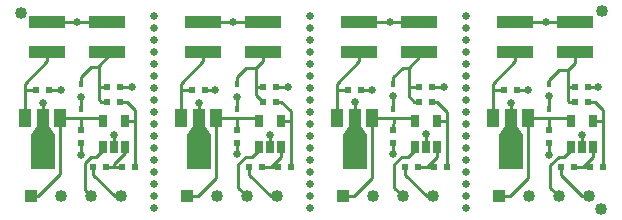
<source format=gbr>
G04 #@! TF.FileFunction,Copper,L1,Top,Signal*
%FSLAX46Y46*%
G04 Gerber Fmt 4.6, Leading zero omitted, Abs format (unit mm)*
G04 Created by KiCad (PCBNEW 4.0.2-stable) date Tuesday, February 20, 2018 'AMt' 07:17:42 AM*
%MOMM*%
G01*
G04 APERTURE LIST*
%ADD10C,0.025400*%
%ADD11C,0.635000*%
%ADD12R,0.600000X0.500000*%
%ADD13R,0.500000X0.600000*%
%ADD14R,0.450000X0.590000*%
%ADD15R,1.000760X1.501140*%
%ADD16R,1.998980X2.999740*%
%ADD17R,0.650000X1.060000*%
%ADD18R,3.150000X1.000000*%
%ADD19R,1.016000X1.016000*%
%ADD20C,1.016000*%
%ADD21C,0.250000*%
G04 APERTURE END LIST*
D10*
D11*
X140208000Y-88646000D03*
X140208000Y-87630000D03*
X140208000Y-86614000D03*
X140208000Y-90678000D03*
X140208000Y-89662000D03*
X140208000Y-85598000D03*
X140208000Y-84582000D03*
X140208000Y-93726000D03*
X140208000Y-92710000D03*
X140208000Y-91694000D03*
X140208000Y-95758000D03*
X140208000Y-94742000D03*
X140208000Y-98806000D03*
X140208000Y-97790000D03*
X140208000Y-96774000D03*
X140208000Y-100838000D03*
X140208000Y-99822000D03*
X127000000Y-88646000D03*
X127000000Y-87630000D03*
X127000000Y-86614000D03*
X127000000Y-90678000D03*
X127000000Y-89662000D03*
X127000000Y-85598000D03*
X127000000Y-84582000D03*
X127000000Y-93726000D03*
X127000000Y-92710000D03*
X127000000Y-91694000D03*
X127000000Y-95758000D03*
X127000000Y-94742000D03*
X127000000Y-98806000D03*
X127000000Y-97790000D03*
X127000000Y-96774000D03*
X127000000Y-100838000D03*
X127000000Y-99822000D03*
X113792000Y-84582000D03*
X113792000Y-88646000D03*
X113792000Y-87630000D03*
X113792000Y-86614000D03*
X113792000Y-90678000D03*
X113792000Y-89662000D03*
X113792000Y-93726000D03*
X113792000Y-92710000D03*
X113792000Y-91694000D03*
X113792000Y-95758000D03*
X113792000Y-94742000D03*
D12*
X103844000Y-90830400D03*
X104944000Y-90830400D03*
D13*
X107670600Y-94217400D03*
X107670600Y-95317400D03*
D14*
X107670600Y-90283400D03*
X107670600Y-92393400D03*
D12*
X109770000Y-97307400D03*
X108670000Y-97307400D03*
X109863800Y-90551000D03*
X110963800Y-90551000D03*
X112183000Y-97307400D03*
X111083000Y-97307400D03*
X109863800Y-91795600D03*
X110963800Y-91795600D03*
D15*
X105895140Y-93144340D03*
X104394000Y-93144340D03*
X102892860Y-93144340D03*
D16*
X104394000Y-96095820D03*
D10*
G36*
X103393240Y-94621350D02*
X103893620Y-93872050D01*
X104894380Y-93872050D01*
X105394760Y-94621350D01*
X103393240Y-94621350D01*
X103393240Y-94621350D01*
G37*
D17*
X109463800Y-95664200D03*
X110413800Y-95664200D03*
X111363800Y-95664200D03*
X111363800Y-93464200D03*
X109463800Y-93464200D03*
D18*
X104790000Y-85090000D03*
X109840000Y-85090000D03*
X104790000Y-87630000D03*
X109840000Y-87630000D03*
D12*
X117052000Y-90830400D03*
X118152000Y-90830400D03*
D13*
X120878600Y-94217400D03*
X120878600Y-95317400D03*
D12*
X130260000Y-90830400D03*
X131360000Y-90830400D03*
D13*
X134086600Y-94217400D03*
X134086600Y-95317400D03*
D12*
X143468000Y-90830400D03*
X144568000Y-90830400D03*
D13*
X147294600Y-94217400D03*
X147294600Y-95317400D03*
D14*
X120878600Y-90283400D03*
X120878600Y-92393400D03*
X134086600Y-90283400D03*
X134086600Y-92393400D03*
X147294600Y-90283400D03*
X147294600Y-92393400D03*
D18*
X117998000Y-85090000D03*
X123048000Y-85090000D03*
X117998000Y-87630000D03*
X123048000Y-87630000D03*
X131206000Y-85090000D03*
X136256000Y-85090000D03*
X131206000Y-87630000D03*
X136256000Y-87630000D03*
X144414000Y-85090000D03*
X149464000Y-85090000D03*
X144414000Y-87630000D03*
X149464000Y-87630000D03*
D12*
X125391000Y-97307400D03*
X124291000Y-97307400D03*
X122978000Y-97307400D03*
X121878000Y-97307400D03*
X123071800Y-91795600D03*
X124171800Y-91795600D03*
X123071800Y-90551000D03*
X124171800Y-90551000D03*
X138599000Y-97307400D03*
X137499000Y-97307400D03*
X136186000Y-97307400D03*
X135086000Y-97307400D03*
X136279800Y-91795600D03*
X137379800Y-91795600D03*
X136279800Y-90551000D03*
X137379800Y-90551000D03*
X151807000Y-97307400D03*
X150707000Y-97307400D03*
X149394000Y-97307400D03*
X148294000Y-97307400D03*
X149487800Y-91795600D03*
X150587800Y-91795600D03*
X149487800Y-90551000D03*
X150587800Y-90551000D03*
D15*
X119103140Y-93144340D03*
X117602000Y-93144340D03*
X116100860Y-93144340D03*
D16*
X117602000Y-96095820D03*
D10*
G36*
X116601240Y-94621350D02*
X117101620Y-93872050D01*
X118102380Y-93872050D01*
X118602760Y-94621350D01*
X116601240Y-94621350D01*
X116601240Y-94621350D01*
G37*
D17*
X122671800Y-95664200D03*
X123621800Y-95664200D03*
X124571800Y-95664200D03*
X124571800Y-93464200D03*
X122671800Y-93464200D03*
D15*
X132311140Y-93144340D03*
X130810000Y-93144340D03*
X129308860Y-93144340D03*
D16*
X130810000Y-96095820D03*
D10*
G36*
X129809240Y-94621350D02*
X130309620Y-93872050D01*
X131310380Y-93872050D01*
X131810760Y-94621350D01*
X129809240Y-94621350D01*
X129809240Y-94621350D01*
G37*
D17*
X135879800Y-95664200D03*
X136829800Y-95664200D03*
X137779800Y-95664200D03*
X137779800Y-93464200D03*
X135879800Y-93464200D03*
D15*
X145519140Y-93144340D03*
X144018000Y-93144340D03*
X142516860Y-93144340D03*
D16*
X144018000Y-96095820D03*
D10*
G36*
X143017240Y-94621350D02*
X143517620Y-93872050D01*
X144518380Y-93872050D01*
X145018760Y-94621350D01*
X143017240Y-94621350D01*
X143017240Y-94621350D01*
G37*
D17*
X149087800Y-95664200D03*
X150037800Y-95664200D03*
X150987800Y-95664200D03*
X150987800Y-93464200D03*
X149087800Y-93464200D03*
D19*
X103378000Y-99822000D03*
D20*
X105918000Y-99822000D03*
X108458000Y-99822000D03*
X110998000Y-99822000D03*
D19*
X116586000Y-99822000D03*
D20*
X119126000Y-99822000D03*
X121666000Y-99822000D03*
X124206000Y-99822000D03*
D19*
X129794000Y-99822000D03*
D20*
X132334000Y-99822000D03*
X134874000Y-99822000D03*
X137414000Y-99822000D03*
D19*
X143002000Y-99822000D03*
D20*
X145542000Y-99822000D03*
X148082000Y-99822000D03*
X150622000Y-99822000D03*
D11*
X113792000Y-98806000D03*
X113792000Y-97790000D03*
X113792000Y-96774000D03*
X113792000Y-100838000D03*
X113792000Y-99822000D03*
X113792000Y-85598000D03*
D20*
X102539800Y-84277200D03*
X151714200Y-84124800D03*
X151688800Y-100863400D03*
D11*
X107645198Y-96316800D03*
X150063200Y-94615000D03*
X151434800Y-90551000D03*
X144018000Y-91897200D03*
X145491200Y-90830400D03*
X146989800Y-85090000D03*
X147294600Y-96291400D03*
X147294600Y-91338400D03*
X136829800Y-94513400D03*
X138328400Y-90551000D03*
X130810000Y-91821000D03*
X132283200Y-90830400D03*
X133781800Y-85090000D03*
X134086600Y-91338400D03*
X117602000Y-91871800D03*
X120878600Y-96215200D03*
X123621800Y-94615000D03*
X125171200Y-90551000D03*
X118973600Y-90830400D03*
X120878600Y-91414600D03*
X120523000Y-85090000D03*
X134086600Y-96189800D03*
X104394000Y-91871800D03*
X110413800Y-94589600D03*
X111963200Y-90525600D03*
X107670600Y-91414600D03*
X107289600Y-85090000D03*
X105968800Y-90830400D03*
D21*
X107670600Y-95317400D02*
X107670600Y-96291398D01*
X107670600Y-96291398D02*
X107645198Y-96316800D01*
X150063200Y-94858800D02*
X150063200Y-94615000D01*
X150037800Y-95664200D02*
X150037800Y-94884200D01*
X150037800Y-94884200D02*
X150063200Y-94858800D01*
X151434800Y-90551000D02*
X150587800Y-90551000D01*
X144018000Y-93144340D02*
X144018000Y-91897200D01*
X145118000Y-90830400D02*
X145491200Y-90830400D01*
X144568000Y-90830400D02*
X145118000Y-90830400D01*
X144414000Y-85090000D02*
X146989800Y-85090000D01*
X146989800Y-85090000D02*
X149464000Y-85090000D01*
X147294600Y-95317400D02*
X147294600Y-96291400D01*
X147294600Y-91848400D02*
X147294600Y-91338400D01*
X147294600Y-92393400D02*
X147294600Y-91848400D01*
X136829800Y-95664200D02*
X136829800Y-94513400D01*
X137379800Y-90551000D02*
X138328400Y-90551000D01*
X130810000Y-92143770D02*
X130810000Y-91821000D01*
X130810000Y-93144340D02*
X130810000Y-92143770D01*
X131910000Y-90830400D02*
X132283200Y-90830400D01*
X131360000Y-90830400D02*
X131910000Y-90830400D01*
X133781800Y-85090000D02*
X136256000Y-85090000D01*
X131206000Y-85090000D02*
X133781800Y-85090000D01*
X134086600Y-92393400D02*
X134086600Y-91338400D01*
X117602000Y-92143770D02*
X117602000Y-91871800D01*
X117602000Y-93144340D02*
X117602000Y-92143770D01*
X120878600Y-95317400D02*
X120878600Y-96215200D01*
X123621800Y-94884200D02*
X123621800Y-94615000D01*
X123621800Y-95664200D02*
X123621800Y-94884200D01*
X124171800Y-90551000D02*
X125171200Y-90551000D01*
X118702000Y-90830400D02*
X118973600Y-90830400D01*
X118152000Y-90830400D02*
X118702000Y-90830400D01*
X120878600Y-91848400D02*
X120878600Y-91414600D01*
X120878600Y-92393400D02*
X120878600Y-91848400D01*
X120523000Y-85090000D02*
X123048000Y-85090000D01*
X117998000Y-85090000D02*
X120523000Y-85090000D01*
X117602000Y-94246700D02*
X117602000Y-96095820D01*
X117602000Y-93144340D02*
X117602000Y-94246700D01*
X144018000Y-94246700D02*
X144018000Y-96095820D01*
X144018000Y-93144340D02*
X144018000Y-94246700D01*
X130810000Y-94246700D02*
X130810000Y-96095820D01*
X130810000Y-93144340D02*
X130810000Y-94246700D01*
X134086600Y-95317400D02*
X134086600Y-96189800D01*
X104394000Y-93144340D02*
X104394000Y-94246700D01*
X104394000Y-93144340D02*
X104394000Y-91871800D01*
X104394000Y-93144340D02*
X104394000Y-96095820D01*
X110413800Y-94884200D02*
X110413800Y-94589600D01*
X110413800Y-95664200D02*
X110413800Y-94884200D01*
X111937800Y-90551000D02*
X111963200Y-90525600D01*
X110963800Y-90551000D02*
X111937800Y-90551000D01*
X107670600Y-91848400D02*
X107670600Y-91414600D01*
X107670600Y-92393400D02*
X107670600Y-91848400D01*
X107289600Y-85090000D02*
X109840000Y-85090000D01*
X104790000Y-85090000D02*
X107289600Y-85090000D01*
X104944000Y-90830400D02*
X105968800Y-90830400D01*
X102892860Y-90277140D02*
X102892860Y-90830400D01*
X102892860Y-90830400D02*
X102892860Y-92143770D01*
X103844000Y-90830400D02*
X102892860Y-90830400D01*
X104790000Y-87630000D02*
X104790000Y-88380000D01*
X104790000Y-88380000D02*
X102892860Y-90277140D01*
X102892860Y-92143770D02*
X102892860Y-93144340D01*
X107670600Y-90283400D02*
X107670600Y-89687400D01*
X107670600Y-89687400D02*
X108458000Y-88900000D01*
X108458000Y-88900000D02*
X108984000Y-88900000D01*
X108984000Y-88900000D02*
X109220000Y-88664000D01*
X109118400Y-91600200D02*
X109118400Y-90424000D01*
X109118400Y-90424000D02*
X109118400Y-88765600D01*
X109863800Y-90551000D02*
X109245400Y-90551000D01*
X109245400Y-90551000D02*
X109118400Y-90424000D01*
X109863800Y-91795600D02*
X109313800Y-91795600D01*
X109220000Y-88664000D02*
X109840000Y-88044000D01*
X109313800Y-91795600D02*
X109118400Y-91600200D01*
X109118400Y-88765600D02*
X109220000Y-88664000D01*
X109840000Y-88044000D02*
X109840000Y-87630000D01*
X116100860Y-90277140D02*
X116100860Y-90805000D01*
X116100860Y-90805000D02*
X116100860Y-92143770D01*
X117052000Y-90830400D02*
X116126260Y-90830400D01*
X116126260Y-90830400D02*
X116100860Y-90805000D01*
X117998000Y-87630000D02*
X117998000Y-88380000D01*
X116100860Y-92143770D02*
X116100860Y-93144340D01*
X117998000Y-88380000D02*
X116100860Y-90277140D01*
X129308860Y-90277140D02*
X129308860Y-90830400D01*
X129308860Y-90830400D02*
X129308860Y-92143770D01*
X130260000Y-90830400D02*
X129308860Y-90830400D01*
X131206000Y-87630000D02*
X131206000Y-88380000D01*
X131206000Y-88380000D02*
X129308860Y-90277140D01*
X129308860Y-92143770D02*
X129308860Y-93144340D01*
X142516860Y-90277140D02*
X142516860Y-90805000D01*
X142516860Y-90805000D02*
X142516860Y-92143770D01*
X143468000Y-90830400D02*
X142542260Y-90830400D01*
X142542260Y-90830400D02*
X142516860Y-90805000D01*
X144414000Y-87630000D02*
X144414000Y-88380000D01*
X144414000Y-88380000D02*
X142516860Y-90277140D01*
X142516860Y-92143770D02*
X142516860Y-93144340D01*
X120878600Y-90283400D02*
X120878600Y-89738400D01*
X120878600Y-89738400D02*
X121635799Y-88981201D01*
X121635799Y-88981201D02*
X122446799Y-88981201D01*
X122446799Y-91220599D02*
X122446799Y-90551000D01*
X122446799Y-90551000D02*
X122446799Y-88981201D01*
X123071800Y-90551000D02*
X122446799Y-90551000D01*
X123071800Y-91795600D02*
X123021800Y-91795600D01*
X123021800Y-91795600D02*
X122446799Y-91220599D01*
X122446799Y-88981201D02*
X123048000Y-88380000D01*
X123048000Y-88380000D02*
X123048000Y-87630000D01*
X134086600Y-90283400D02*
X134086600Y-89687400D01*
X134086600Y-89687400D02*
X134856000Y-88918000D01*
X134856000Y-88918000D02*
X135382000Y-88918000D01*
X136279800Y-91795600D02*
X135839200Y-91795600D01*
X135382000Y-91338400D02*
X135382000Y-90551000D01*
X135839200Y-91795600D02*
X135382000Y-91338400D01*
X135382000Y-90551000D02*
X135382000Y-88918000D01*
X136279800Y-90551000D02*
X135382000Y-90551000D01*
X135382000Y-88918000D02*
X136256000Y-88044000D01*
X136256000Y-88044000D02*
X136256000Y-87630000D01*
X149487800Y-90551000D02*
X148971000Y-90551000D01*
X148971000Y-90551000D02*
X148844000Y-90424000D01*
X148844000Y-90424000D02*
X148844000Y-89154000D01*
X149487800Y-91795600D02*
X148937800Y-91795600D01*
X148937800Y-91795600D02*
X148844000Y-91701800D01*
X148844000Y-91701800D02*
X148844000Y-90424000D01*
X147294600Y-90283400D02*
X147294600Y-89941400D01*
X147294600Y-89941400D02*
X148082000Y-89154000D01*
X148082000Y-89154000D02*
X148844000Y-89154000D01*
X148844000Y-89154000D02*
X149464000Y-88534000D01*
X149464000Y-88534000D02*
X149464000Y-88380000D01*
X149464000Y-88380000D02*
X149464000Y-87630000D01*
X132311140Y-93144340D02*
X134112000Y-93144340D01*
X134112000Y-93144340D02*
X135559940Y-93144340D01*
X134086600Y-94217400D02*
X134086600Y-93667400D01*
X134086600Y-93667400D02*
X134112000Y-93642000D01*
X134112000Y-93642000D02*
X134112000Y-93144340D01*
X129794000Y-99822000D02*
X130769000Y-99822000D01*
X130769000Y-99822000D02*
X132311140Y-98279860D01*
X132311140Y-98279860D02*
X132311140Y-94144910D01*
X132311140Y-94144910D02*
X132311140Y-93144340D01*
X135559940Y-93144340D02*
X135879800Y-93464200D01*
X145519140Y-93144340D02*
X147243800Y-93144340D01*
X147243800Y-93144340D02*
X148767940Y-93144340D01*
X147294600Y-94217400D02*
X147294600Y-93667400D01*
X147294600Y-93667400D02*
X147243800Y-93616600D01*
X147243800Y-93616600D02*
X147243800Y-93144340D01*
X143002000Y-99822000D02*
X143977000Y-99822000D01*
X143977000Y-99822000D02*
X145519140Y-98279860D01*
X145519140Y-98279860D02*
X145519140Y-94144910D01*
X145519140Y-94144910D02*
X145519140Y-93144340D01*
X148767940Y-93144340D02*
X149087800Y-93464200D01*
X124171800Y-91795600D02*
X124587000Y-91795600D01*
X124587000Y-91795600D02*
X125391000Y-92599600D01*
X125391000Y-92599600D02*
X125391000Y-93370400D01*
X124571800Y-93464200D02*
X125382200Y-93464200D01*
X125382200Y-93464200D02*
X125399800Y-93446600D01*
X125399800Y-93446600D02*
X125391000Y-93437800D01*
X125391000Y-93437800D02*
X125391000Y-93370400D01*
X125391000Y-93370400D02*
X125391000Y-96807400D01*
X125391000Y-96807400D02*
X125391000Y-97307400D01*
X136186000Y-97307400D02*
X136779000Y-97307400D01*
X136779000Y-97307400D02*
X137499000Y-97307400D01*
X137779800Y-95664200D02*
X137779800Y-96444200D01*
X137779800Y-96444200D02*
X136916600Y-97307400D01*
X136916600Y-97307400D02*
X136779000Y-97307400D01*
X151807000Y-92464800D02*
X151807000Y-93497400D01*
X151807000Y-93497400D02*
X151807000Y-96807400D01*
X150987800Y-93464200D02*
X151773800Y-93464200D01*
X151773800Y-93464200D02*
X151807000Y-93497400D01*
X150587800Y-91795600D02*
X151137800Y-91795600D01*
X151137800Y-91795600D02*
X151807000Y-92464800D01*
X151807000Y-96807400D02*
X151807000Y-97307400D01*
X105895140Y-93144340D02*
X105895140Y-97939860D01*
X105895140Y-97939860D02*
X104013000Y-99822000D01*
X104013000Y-99822000D02*
X103378000Y-99822000D01*
X105895140Y-93144340D02*
X107645200Y-93144340D01*
X107645200Y-93144340D02*
X109143940Y-93144340D01*
X107670600Y-94217400D02*
X107670600Y-93169740D01*
X107670600Y-93169740D02*
X107645200Y-93144340D01*
X109143940Y-93144340D02*
X109463800Y-93464200D01*
X119103140Y-93144340D02*
X120878600Y-93144340D01*
X120878600Y-93144340D02*
X122351940Y-93144340D01*
X120878600Y-94217400D02*
X120878600Y-93144340D01*
X116586000Y-99822000D02*
X117561000Y-99822000D01*
X117561000Y-99822000D02*
X119103140Y-98279860D01*
X119103140Y-98279860D02*
X119103140Y-94144910D01*
X119103140Y-94144910D02*
X119103140Y-93144340D01*
X122351940Y-93144340D02*
X122671800Y-93464200D01*
X108670000Y-97307400D02*
X108670000Y-98002000D01*
X108670000Y-98002000D02*
X110490000Y-99822000D01*
X110490000Y-99822000D02*
X110998000Y-99822000D01*
X122096800Y-96444200D02*
X122671800Y-95869200D01*
X121600502Y-96444200D02*
X122096800Y-96444200D01*
X120941001Y-99097001D02*
X120941001Y-97103701D01*
X122671800Y-95869200D02*
X122671800Y-95664200D01*
X121666000Y-99822000D02*
X120941001Y-99097001D01*
X120941001Y-97103701D02*
X121600502Y-96444200D01*
X121878000Y-97307400D02*
X121878000Y-98002000D01*
X121878000Y-98002000D02*
X123698000Y-99822000D01*
X123698000Y-99822000D02*
X124206000Y-99822000D01*
X135879800Y-95869200D02*
X135879800Y-95664200D01*
X134783102Y-96444200D02*
X135304800Y-96444200D01*
X134149001Y-97078301D02*
X134783102Y-96444200D01*
X134149001Y-99097001D02*
X134149001Y-97078301D01*
X135304800Y-96444200D02*
X135879800Y-95869200D01*
X134874000Y-99822000D02*
X134149001Y-99097001D01*
X135086000Y-97307400D02*
X135086000Y-98002000D01*
X135086000Y-98002000D02*
X136906000Y-99822000D01*
X136906000Y-99822000D02*
X137414000Y-99822000D01*
X149087800Y-95869200D02*
X149087800Y-95664200D01*
X148512800Y-96444200D02*
X149087800Y-95869200D01*
X148092702Y-96444200D02*
X148512800Y-96444200D01*
X147357001Y-99097001D02*
X147357001Y-97179901D01*
X147357001Y-97179901D02*
X148092702Y-96444200D01*
X148082000Y-99822000D02*
X147357001Y-99097001D01*
X148294000Y-97307400D02*
X148294000Y-98027400D01*
X150088600Y-99822000D02*
X150622000Y-99822000D01*
X148294000Y-98027400D02*
X150088600Y-99822000D01*
X112183000Y-92464800D02*
X112183000Y-93446600D01*
X111956400Y-93446600D02*
X112183000Y-93446600D01*
X112183000Y-93446600D02*
X112183000Y-96807400D01*
X111363800Y-93464200D02*
X111938800Y-93464200D01*
X111938800Y-93464200D02*
X111956400Y-93446600D01*
X110963800Y-91795600D02*
X111513800Y-91795600D01*
X111513800Y-91795600D02*
X112183000Y-92464800D01*
X112183000Y-96807400D02*
X112183000Y-97307400D01*
X111363800Y-95664200D02*
X111363800Y-96128800D01*
X111363800Y-96128800D02*
X110439200Y-97053400D01*
X110439200Y-97053400D02*
X110439200Y-97307400D01*
X109770000Y-97307400D02*
X110439200Y-97307400D01*
X110439200Y-97307400D02*
X111083000Y-97307400D01*
X122978000Y-97307400D02*
X123672600Y-97307400D01*
X123672600Y-97307400D02*
X124291000Y-97307400D01*
X124571800Y-95664200D02*
X124571800Y-96444200D01*
X124571800Y-96444200D02*
X123708600Y-97307400D01*
X123708600Y-97307400D02*
X123672600Y-97307400D01*
X137379800Y-91795600D02*
X137744200Y-91795600D01*
X137744200Y-91795600D02*
X138599000Y-92650400D01*
X138599000Y-92650400D02*
X138599000Y-93395800D01*
X137779800Y-93464200D02*
X138590200Y-93464200D01*
X138590200Y-93464200D02*
X138607800Y-93446600D01*
X138607800Y-93446600D02*
X138607800Y-93404600D01*
X138607800Y-93404600D02*
X138599000Y-93395800D01*
X138599000Y-93395800D02*
X138599000Y-96807400D01*
X138599000Y-96807400D02*
X138599000Y-97307400D01*
X149394000Y-97307400D02*
X150063200Y-97307400D01*
X150063200Y-97307400D02*
X150707000Y-97307400D01*
X150987800Y-95664200D02*
X150987800Y-96444200D01*
X150124600Y-97307400D02*
X150063200Y-97307400D01*
X150987800Y-96444200D02*
X150124600Y-97307400D01*
X109463800Y-95869200D02*
X108888800Y-96444200D01*
X108888800Y-96444200D02*
X108519502Y-96444200D01*
X109463800Y-95664200D02*
X109463800Y-95869200D01*
X108519502Y-96444200D02*
X107950001Y-97013701D01*
X107950001Y-97013701D02*
X107950001Y-99314001D01*
X107950001Y-99314001D02*
X108458000Y-99822000D01*
M02*

</source>
